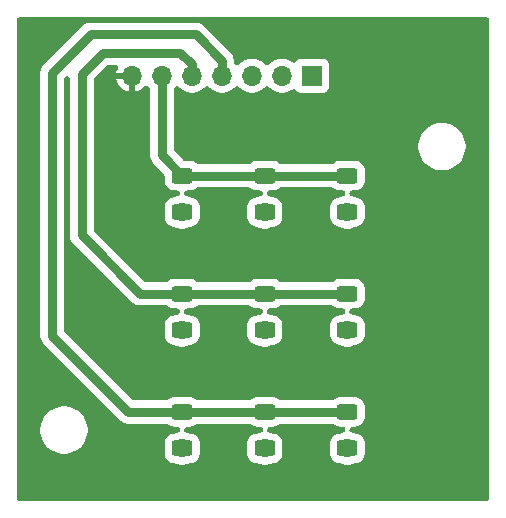
<source format=gbr>
%TF.GenerationSoftware,KiCad,Pcbnew,8.0.1*%
%TF.CreationDate,2024-04-03T15:52:09+05:30*%
%TF.ProjectId,ResistiveCrossbar,52657369-7374-4697-9665-43726f737362,rev?*%
%TF.SameCoordinates,Original*%
%TF.FileFunction,Copper,L1,Top*%
%TF.FilePolarity,Positive*%
%FSLAX46Y46*%
G04 Gerber Fmt 4.6, Leading zero omitted, Abs format (unit mm)*
G04 Created by KiCad (PCBNEW 8.0.1) date 2024-04-03 15:52:09*
%MOMM*%
%LPD*%
G01*
G04 APERTURE LIST*
G04 Aperture macros list*
%AMRoundRect*
0 Rectangle with rounded corners*
0 $1 Rounding radius*
0 $2 $3 $4 $5 $6 $7 $8 $9 X,Y pos of 4 corners*
0 Add a 4 corners polygon primitive as box body*
4,1,4,$2,$3,$4,$5,$6,$7,$8,$9,$2,$3,0*
0 Add four circle primitives for the rounded corners*
1,1,$1+$1,$2,$3*
1,1,$1+$1,$4,$5*
1,1,$1+$1,$6,$7*
1,1,$1+$1,$8,$9*
0 Add four rect primitives between the rounded corners*
20,1,$1+$1,$2,$3,$4,$5,0*
20,1,$1+$1,$4,$5,$6,$7,0*
20,1,$1+$1,$6,$7,$8,$9,0*
20,1,$1+$1,$8,$9,$2,$3,0*%
G04 Aperture macros list end*
%TA.AperFunction,SMDPad,CuDef*%
%ADD10RoundRect,0.250000X-0.625000X0.400000X-0.625000X-0.400000X0.625000X-0.400000X0.625000X0.400000X0*%
%TD*%
%TA.AperFunction,ComponentPad*%
%ADD11R,1.700000X1.700000*%
%TD*%
%TA.AperFunction,ComponentPad*%
%ADD12O,1.700000X1.700000*%
%TD*%
%TA.AperFunction,ViaPad*%
%ADD13C,1.600000*%
%TD*%
%TA.AperFunction,Conductor*%
%ADD14C,0.800000*%
%TD*%
G04 APERTURE END LIST*
D10*
%TO.P,R3,1*%
%TO.N,/Hz1*%
X144000000Y-52450000D03*
%TO.P,R3,2*%
%TO.N,/Vt3*%
X144000000Y-55550000D03*
%TD*%
%TO.P,R6,1*%
%TO.N,/Hz2*%
X144000000Y-62450000D03*
%TO.P,R6,2*%
%TO.N,/Vt3*%
X144000000Y-65550000D03*
%TD*%
%TO.P,R7,1*%
%TO.N,/Hz3*%
X130000000Y-72450000D03*
%TO.P,R7,2*%
%TO.N,/Vt1*%
X130000000Y-75550000D03*
%TD*%
%TO.P,R5,1*%
%TO.N,/Hz2*%
X137000000Y-62450000D03*
%TO.P,R5,2*%
%TO.N,/Vt2*%
X137000000Y-65550000D03*
%TD*%
%TO.P,R9,1*%
%TO.N,/Hz3*%
X144000000Y-72450000D03*
%TO.P,R9,2*%
%TO.N,/Vt3*%
X144000000Y-75550000D03*
%TD*%
%TO.P,R2,1*%
%TO.N,/Hz1*%
X137000000Y-52450000D03*
%TO.P,R2,2*%
%TO.N,/Vt2*%
X137000000Y-55550000D03*
%TD*%
%TO.P,R1,1*%
%TO.N,/Hz1*%
X130000000Y-52450000D03*
%TO.P,R1,2*%
%TO.N,/Vt1*%
X130000000Y-55550000D03*
%TD*%
%TO.P,R8,1*%
%TO.N,/Hz3*%
X137000000Y-72450000D03*
%TO.P,R8,2*%
%TO.N,/Vt2*%
X137000000Y-75550000D03*
%TD*%
%TO.P,R4,1*%
%TO.N,/Hz2*%
X130000000Y-62450000D03*
%TO.P,R4,2*%
%TO.N,/Vt1*%
X130000000Y-65550000D03*
%TD*%
D11*
%TO.P,J1,1,Pin_1*%
%TO.N,/Vt2*%
X141000000Y-44000000D03*
D12*
%TO.P,J1,2,Pin_2*%
%TO.N,/Vt1*%
X138460000Y-44000000D03*
%TO.P,J1,3,Pin_3*%
%TO.N,/Vt3*%
X135920000Y-44000000D03*
%TO.P,J1,4,Pin_4*%
%TO.N,/Hz3*%
X133380000Y-44000000D03*
%TO.P,J1,5,Pin_5*%
%TO.N,/Hz2*%
X130840000Y-44000000D03*
%TO.P,J1,6,Pin_6*%
%TO.N,/Hz1*%
X128300000Y-44000000D03*
%TO.P,J1,7,Pin_7*%
%TO.N,GND*%
X125760000Y-44000000D03*
%TD*%
D13*
%TO.N,/Vt3*%
X144000000Y-65550000D03*
X144000000Y-55550000D03*
X144000000Y-75550000D03*
%TO.N,/Vt1*%
X130000000Y-55550000D03*
X130000000Y-75550000D03*
X130000000Y-65550000D03*
%TO.N,/Vt2*%
X137000000Y-65550000D03*
X137000000Y-75550000D03*
X137000000Y-55550000D03*
%TD*%
D14*
%TO.N,/Hz3*%
X133380000Y-42739500D02*
X131140500Y-40500000D01*
X119000000Y-66000000D02*
X125450000Y-72450000D01*
X131140500Y-40500000D02*
X122250000Y-40500000D01*
X122250000Y-40500000D02*
X119000000Y-43750000D01*
X130000000Y-72450000D02*
X144000000Y-72450000D01*
X133380000Y-44000000D02*
X133380000Y-42739500D01*
X125450000Y-72450000D02*
X130000000Y-72450000D01*
X119000000Y-43750000D02*
X119000000Y-66000000D01*
%TO.N,/Hz1*%
X128300000Y-50750000D02*
X130000000Y-52450000D01*
X130000000Y-52450000D02*
X144000000Y-52450000D01*
X128300000Y-44000000D02*
X128300000Y-50750000D01*
%TO.N,/Hz2*%
X130840000Y-44000000D02*
X130840000Y-43040000D01*
X121500000Y-57500000D02*
X126450000Y-62450000D01*
X121500000Y-43875000D02*
X121500000Y-57500000D01*
X129850000Y-42050000D02*
X123325000Y-42050000D01*
X126450000Y-62450000D02*
X130000000Y-62450000D01*
X130840000Y-43040000D02*
X129850000Y-42050000D01*
X130000000Y-62450000D02*
X144000000Y-62450000D01*
X123325000Y-42050000D02*
X121500000Y-43875000D01*
%TD*%
%TA.AperFunction,Conductor*%
%TO.N,GND*%
G36*
X155845788Y-39019454D02*
G01*
X155926570Y-39073430D01*
X155980546Y-39154212D01*
X155999500Y-39249500D01*
X155999500Y-79751000D01*
X155980546Y-79846288D01*
X155926570Y-79927070D01*
X155845788Y-79981046D01*
X155750500Y-80000000D01*
X116249000Y-80000000D01*
X116153712Y-79981046D01*
X116072930Y-79927070D01*
X116018954Y-79846288D01*
X116000000Y-79751000D01*
X116000000Y-74131119D01*
X117999500Y-74131119D01*
X118033729Y-74391112D01*
X118101601Y-74644417D01*
X118201953Y-74886689D01*
X118201955Y-74886693D01*
X118333073Y-75113798D01*
X118333082Y-75113812D01*
X118492713Y-75321845D01*
X118492718Y-75321851D01*
X118678149Y-75507282D01*
X118678153Y-75507285D01*
X118678154Y-75507286D01*
X118886187Y-75666917D01*
X118886192Y-75666920D01*
X118886197Y-75666924D01*
X119113303Y-75798043D01*
X119355581Y-75898398D01*
X119608884Y-75966270D01*
X119868880Y-76000500D01*
X120131120Y-76000500D01*
X120391116Y-75966270D01*
X120644419Y-75898398D01*
X120886697Y-75798043D01*
X121113803Y-75666924D01*
X121321851Y-75507282D01*
X121507282Y-75321851D01*
X121666924Y-75113803D01*
X121798043Y-74886697D01*
X121898398Y-74644419D01*
X121966270Y-74391116D01*
X122000500Y-74131120D01*
X122000500Y-73868880D01*
X121966270Y-73608884D01*
X121898398Y-73355581D01*
X121798043Y-73113303D01*
X121666924Y-72886197D01*
X121666920Y-72886192D01*
X121666917Y-72886187D01*
X121507286Y-72678154D01*
X121507285Y-72678153D01*
X121507282Y-72678149D01*
X121321851Y-72492718D01*
X121321846Y-72492714D01*
X121321845Y-72492713D01*
X121113812Y-72333082D01*
X121113798Y-72333073D01*
X121052937Y-72297935D01*
X120886697Y-72201957D01*
X120886695Y-72201956D01*
X120886693Y-72201955D01*
X120886689Y-72201953D01*
X120644417Y-72101601D01*
X120534730Y-72072211D01*
X120391116Y-72033730D01*
X120391111Y-72033729D01*
X120391114Y-72033729D01*
X120131120Y-71999500D01*
X119868880Y-71999500D01*
X119608887Y-72033729D01*
X119355582Y-72101601D01*
X119113310Y-72201953D01*
X119113306Y-72201955D01*
X118886201Y-72333073D01*
X118886187Y-72333082D01*
X118678154Y-72492713D01*
X118492713Y-72678154D01*
X118333082Y-72886187D01*
X118333073Y-72886201D01*
X118201955Y-73113306D01*
X118201953Y-73113310D01*
X118101601Y-73355582D01*
X118033729Y-73608887D01*
X117999500Y-73868880D01*
X117999500Y-74131119D01*
X116000000Y-74131119D01*
X116000000Y-66098545D01*
X117999500Y-66098545D01*
X118037947Y-66291830D01*
X118037949Y-66291835D01*
X118113365Y-66473908D01*
X118113366Y-66473911D01*
X118113368Y-66473914D01*
X118222861Y-66637782D01*
X118362218Y-66777139D01*
X118362220Y-66777140D01*
X124672860Y-73087781D01*
X124672861Y-73087782D01*
X124672860Y-73087782D01*
X124812216Y-73227137D01*
X124812218Y-73227139D01*
X124976086Y-73336632D01*
X125082745Y-73380811D01*
X125158164Y-73412051D01*
X125351459Y-73450500D01*
X128676866Y-73450500D01*
X128772154Y-73469454D01*
X128832867Y-73505426D01*
X128914247Y-73570842D01*
X128914250Y-73570843D01*
X128914251Y-73570844D01*
X129079974Y-73653035D01*
X129079975Y-73653036D01*
X129079978Y-73653036D01*
X129079979Y-73653037D01*
X129259505Y-73697683D01*
X129259515Y-73697683D01*
X129259517Y-73697684D01*
X129294700Y-73700069D01*
X129301046Y-73700500D01*
X129301050Y-73700500D01*
X129582017Y-73700500D01*
X129677305Y-73719454D01*
X129758087Y-73773430D01*
X129812063Y-73854212D01*
X129831017Y-73949500D01*
X129812063Y-74044788D01*
X129758087Y-74125570D01*
X129677305Y-74179546D01*
X129662866Y-74185009D01*
X129655023Y-74187701D01*
X129655019Y-74187702D01*
X129571733Y-74216293D01*
X129435499Y-74263062D01*
X129426502Y-74267931D01*
X129423625Y-74269488D01*
X129330803Y-74298171D01*
X129305114Y-74299500D01*
X129301046Y-74299500D01*
X129301042Y-74299500D01*
X129301017Y-74299501D01*
X129259517Y-74302315D01*
X129259506Y-74302316D01*
X129259505Y-74302317D01*
X129223599Y-74311246D01*
X129079975Y-74346963D01*
X129079974Y-74346964D01*
X128914251Y-74429155D01*
X128914245Y-74429159D01*
X128770064Y-74545056D01*
X128770056Y-74545064D01*
X128654159Y-74689245D01*
X128654155Y-74689251D01*
X128571964Y-74854974D01*
X128571963Y-74854975D01*
X128527317Y-75034506D01*
X128527315Y-75034517D01*
X128524501Y-75076017D01*
X128524500Y-75076049D01*
X128524500Y-76023950D01*
X128524501Y-76023982D01*
X128527315Y-76065482D01*
X128527317Y-76065493D01*
X128571963Y-76245024D01*
X128571964Y-76245025D01*
X128654155Y-76410748D01*
X128654157Y-76410751D01*
X128654158Y-76410753D01*
X128770060Y-76554940D01*
X128914247Y-76670842D01*
X128914250Y-76670843D01*
X128914251Y-76670844D01*
X129079974Y-76753035D01*
X129079975Y-76753036D01*
X129079978Y-76753036D01*
X129079979Y-76753037D01*
X129259505Y-76797683D01*
X129259515Y-76797683D01*
X129259517Y-76797684D01*
X129294700Y-76800069D01*
X129301046Y-76800500D01*
X129305114Y-76800500D01*
X129400402Y-76819454D01*
X129423622Y-76830509D01*
X129435497Y-76836936D01*
X129435499Y-76836937D01*
X129476290Y-76850940D01*
X129655019Y-76912298D01*
X129883951Y-76950500D01*
X130116049Y-76950500D01*
X130344981Y-76912298D01*
X130564503Y-76836936D01*
X130576374Y-76830511D01*
X130669197Y-76801829D01*
X130694886Y-76800500D01*
X130698950Y-76800500D01*
X130698954Y-76800500D01*
X130718108Y-76799201D01*
X130740482Y-76797684D01*
X130740483Y-76797683D01*
X130740495Y-76797683D01*
X130920021Y-76753037D01*
X130920022Y-76753036D01*
X130920024Y-76753036D01*
X130920025Y-76753035D01*
X131085753Y-76670842D01*
X131229940Y-76554940D01*
X131345842Y-76410753D01*
X131428037Y-76245021D01*
X131472683Y-76065495D01*
X131475500Y-76023954D01*
X131475500Y-75076046D01*
X131472683Y-75034505D01*
X131428037Y-74854979D01*
X131428036Y-74854978D01*
X131428036Y-74854975D01*
X131428035Y-74854974D01*
X131345844Y-74689251D01*
X131345843Y-74689250D01*
X131345842Y-74689247D01*
X131229940Y-74545060D01*
X131085753Y-74429158D01*
X131085751Y-74429157D01*
X131085748Y-74429155D01*
X130920025Y-74346964D01*
X130920024Y-74346963D01*
X130812305Y-74320175D01*
X130740495Y-74302317D01*
X130740491Y-74302316D01*
X130740482Y-74302315D01*
X130698982Y-74299501D01*
X130698957Y-74299500D01*
X130698954Y-74299500D01*
X130698950Y-74299500D01*
X130694886Y-74299500D01*
X130599598Y-74280546D01*
X130576377Y-74269490D01*
X130571173Y-74266673D01*
X130564500Y-74263062D01*
X130445189Y-74222103D01*
X130344981Y-74187702D01*
X130344976Y-74187701D01*
X130337134Y-74185009D01*
X130253163Y-74136142D01*
X130194284Y-74058861D01*
X130169462Y-73964931D01*
X130182474Y-73868651D01*
X130231341Y-73784680D01*
X130308622Y-73725801D01*
X130402552Y-73700979D01*
X130417983Y-73700500D01*
X130698950Y-73700500D01*
X130698954Y-73700500D01*
X130718108Y-73699201D01*
X130740482Y-73697684D01*
X130740483Y-73697683D01*
X130740495Y-73697683D01*
X130920021Y-73653037D01*
X130920022Y-73653036D01*
X130920024Y-73653036D01*
X130920025Y-73653035D01*
X131085753Y-73570842D01*
X131167132Y-73505426D01*
X131253275Y-73460501D01*
X131323134Y-73450500D01*
X135676866Y-73450500D01*
X135772154Y-73469454D01*
X135832867Y-73505426D01*
X135914247Y-73570842D01*
X135914250Y-73570843D01*
X135914251Y-73570844D01*
X136079974Y-73653035D01*
X136079975Y-73653036D01*
X136079978Y-73653036D01*
X136079979Y-73653037D01*
X136259505Y-73697683D01*
X136259515Y-73697683D01*
X136259517Y-73697684D01*
X136294700Y-73700069D01*
X136301046Y-73700500D01*
X136301050Y-73700500D01*
X136582017Y-73700500D01*
X136677305Y-73719454D01*
X136758087Y-73773430D01*
X136812063Y-73854212D01*
X136831017Y-73949500D01*
X136812063Y-74044788D01*
X136758087Y-74125570D01*
X136677305Y-74179546D01*
X136662866Y-74185009D01*
X136655023Y-74187701D01*
X136655019Y-74187702D01*
X136571733Y-74216293D01*
X136435499Y-74263062D01*
X136426502Y-74267931D01*
X136423625Y-74269488D01*
X136330803Y-74298171D01*
X136305114Y-74299500D01*
X136301046Y-74299500D01*
X136301042Y-74299500D01*
X136301017Y-74299501D01*
X136259517Y-74302315D01*
X136259506Y-74302316D01*
X136259505Y-74302317D01*
X136223599Y-74311246D01*
X136079975Y-74346963D01*
X136079974Y-74346964D01*
X135914251Y-74429155D01*
X135914245Y-74429159D01*
X135770064Y-74545056D01*
X135770056Y-74545064D01*
X135654159Y-74689245D01*
X135654155Y-74689251D01*
X135571964Y-74854974D01*
X135571963Y-74854975D01*
X135527317Y-75034506D01*
X135527315Y-75034517D01*
X135524501Y-75076017D01*
X135524500Y-75076049D01*
X135524500Y-76023950D01*
X135524501Y-76023982D01*
X135527315Y-76065482D01*
X135527317Y-76065493D01*
X135571963Y-76245024D01*
X135571964Y-76245025D01*
X135654155Y-76410748D01*
X135654157Y-76410751D01*
X135654158Y-76410753D01*
X135770060Y-76554940D01*
X135914247Y-76670842D01*
X135914250Y-76670843D01*
X135914251Y-76670844D01*
X136079974Y-76753035D01*
X136079975Y-76753036D01*
X136079978Y-76753036D01*
X136079979Y-76753037D01*
X136259505Y-76797683D01*
X136259515Y-76797683D01*
X136259517Y-76797684D01*
X136294700Y-76800069D01*
X136301046Y-76800500D01*
X136305114Y-76800500D01*
X136400402Y-76819454D01*
X136423622Y-76830509D01*
X136435497Y-76836936D01*
X136435499Y-76836937D01*
X136476290Y-76850940D01*
X136655019Y-76912298D01*
X136883951Y-76950500D01*
X137116049Y-76950500D01*
X137344981Y-76912298D01*
X137564503Y-76836936D01*
X137576374Y-76830511D01*
X137669197Y-76801829D01*
X137694886Y-76800500D01*
X137698950Y-76800500D01*
X137698954Y-76800500D01*
X137718108Y-76799201D01*
X137740482Y-76797684D01*
X137740483Y-76797683D01*
X137740495Y-76797683D01*
X137920021Y-76753037D01*
X137920022Y-76753036D01*
X137920024Y-76753036D01*
X137920025Y-76753035D01*
X138085753Y-76670842D01*
X138229940Y-76554940D01*
X138345842Y-76410753D01*
X138428037Y-76245021D01*
X138472683Y-76065495D01*
X138475500Y-76023954D01*
X138475500Y-75076046D01*
X138472683Y-75034505D01*
X138428037Y-74854979D01*
X138428036Y-74854978D01*
X138428036Y-74854975D01*
X138428035Y-74854974D01*
X138345844Y-74689251D01*
X138345843Y-74689250D01*
X138345842Y-74689247D01*
X138229940Y-74545060D01*
X138085753Y-74429158D01*
X138085751Y-74429157D01*
X138085748Y-74429155D01*
X137920025Y-74346964D01*
X137920024Y-74346963D01*
X137812305Y-74320175D01*
X137740495Y-74302317D01*
X137740491Y-74302316D01*
X137740482Y-74302315D01*
X137698982Y-74299501D01*
X137698957Y-74299500D01*
X137698954Y-74299500D01*
X137698950Y-74299500D01*
X137694886Y-74299500D01*
X137599598Y-74280546D01*
X137576377Y-74269490D01*
X137571173Y-74266673D01*
X137564500Y-74263062D01*
X137445189Y-74222103D01*
X137344981Y-74187702D01*
X137344976Y-74187701D01*
X137337134Y-74185009D01*
X137253163Y-74136142D01*
X137194284Y-74058861D01*
X137169462Y-73964931D01*
X137182474Y-73868651D01*
X137231341Y-73784680D01*
X137308622Y-73725801D01*
X137402552Y-73700979D01*
X137417983Y-73700500D01*
X137698950Y-73700500D01*
X137698954Y-73700500D01*
X137718108Y-73699201D01*
X137740482Y-73697684D01*
X137740483Y-73697683D01*
X137740495Y-73697683D01*
X137920021Y-73653037D01*
X137920022Y-73653036D01*
X137920024Y-73653036D01*
X137920025Y-73653035D01*
X138085753Y-73570842D01*
X138167132Y-73505426D01*
X138253275Y-73460501D01*
X138323134Y-73450500D01*
X142676866Y-73450500D01*
X142772154Y-73469454D01*
X142832867Y-73505426D01*
X142914247Y-73570842D01*
X142914250Y-73570843D01*
X142914251Y-73570844D01*
X143079974Y-73653035D01*
X143079975Y-73653036D01*
X143079978Y-73653036D01*
X143079979Y-73653037D01*
X143259505Y-73697683D01*
X143259515Y-73697683D01*
X143259517Y-73697684D01*
X143294700Y-73700069D01*
X143301046Y-73700500D01*
X143301050Y-73700500D01*
X143582017Y-73700500D01*
X143677305Y-73719454D01*
X143758087Y-73773430D01*
X143812063Y-73854212D01*
X143831017Y-73949500D01*
X143812063Y-74044788D01*
X143758087Y-74125570D01*
X143677305Y-74179546D01*
X143662866Y-74185009D01*
X143655023Y-74187701D01*
X143655019Y-74187702D01*
X143571733Y-74216293D01*
X143435499Y-74263062D01*
X143426502Y-74267931D01*
X143423625Y-74269488D01*
X143330803Y-74298171D01*
X143305114Y-74299500D01*
X143301046Y-74299500D01*
X143301042Y-74299500D01*
X143301017Y-74299501D01*
X143259517Y-74302315D01*
X143259506Y-74302316D01*
X143259505Y-74302317D01*
X143223599Y-74311246D01*
X143079975Y-74346963D01*
X143079974Y-74346964D01*
X142914251Y-74429155D01*
X142914245Y-74429159D01*
X142770064Y-74545056D01*
X142770056Y-74545064D01*
X142654159Y-74689245D01*
X142654155Y-74689251D01*
X142571964Y-74854974D01*
X142571963Y-74854975D01*
X142527317Y-75034506D01*
X142527315Y-75034517D01*
X142524501Y-75076017D01*
X142524500Y-75076049D01*
X142524500Y-76023950D01*
X142524501Y-76023982D01*
X142527315Y-76065482D01*
X142527317Y-76065493D01*
X142571963Y-76245024D01*
X142571964Y-76245025D01*
X142654155Y-76410748D01*
X142654157Y-76410751D01*
X142654158Y-76410753D01*
X142770060Y-76554940D01*
X142914247Y-76670842D01*
X142914250Y-76670843D01*
X142914251Y-76670844D01*
X143079974Y-76753035D01*
X143079975Y-76753036D01*
X143079978Y-76753036D01*
X143079979Y-76753037D01*
X143259505Y-76797683D01*
X143259515Y-76797683D01*
X143259517Y-76797684D01*
X143294700Y-76800069D01*
X143301046Y-76800500D01*
X143305114Y-76800500D01*
X143400402Y-76819454D01*
X143423622Y-76830509D01*
X143435497Y-76836936D01*
X143435499Y-76836937D01*
X143476290Y-76850940D01*
X143655019Y-76912298D01*
X143883951Y-76950500D01*
X144116049Y-76950500D01*
X144344981Y-76912298D01*
X144564503Y-76836936D01*
X144576374Y-76830511D01*
X144669197Y-76801829D01*
X144694886Y-76800500D01*
X144698950Y-76800500D01*
X144698954Y-76800500D01*
X144718108Y-76799201D01*
X144740482Y-76797684D01*
X144740483Y-76797683D01*
X144740495Y-76797683D01*
X144920021Y-76753037D01*
X144920022Y-76753036D01*
X144920024Y-76753036D01*
X144920025Y-76753035D01*
X145085753Y-76670842D01*
X145229940Y-76554940D01*
X145345842Y-76410753D01*
X145428037Y-76245021D01*
X145472683Y-76065495D01*
X145475500Y-76023954D01*
X145475500Y-75076046D01*
X145472683Y-75034505D01*
X145428037Y-74854979D01*
X145428036Y-74854978D01*
X145428036Y-74854975D01*
X145428035Y-74854974D01*
X145345844Y-74689251D01*
X145345843Y-74689250D01*
X145345842Y-74689247D01*
X145229940Y-74545060D01*
X145085753Y-74429158D01*
X145085751Y-74429157D01*
X145085748Y-74429155D01*
X144920025Y-74346964D01*
X144920024Y-74346963D01*
X144812305Y-74320175D01*
X144740495Y-74302317D01*
X144740491Y-74302316D01*
X144740482Y-74302315D01*
X144698982Y-74299501D01*
X144698957Y-74299500D01*
X144698954Y-74299500D01*
X144698950Y-74299500D01*
X144694886Y-74299500D01*
X144599598Y-74280546D01*
X144576377Y-74269490D01*
X144571173Y-74266673D01*
X144564500Y-74263062D01*
X144445189Y-74222103D01*
X144344981Y-74187702D01*
X144344976Y-74187701D01*
X144337134Y-74185009D01*
X144253163Y-74136142D01*
X144194284Y-74058861D01*
X144169462Y-73964931D01*
X144182474Y-73868651D01*
X144231341Y-73784680D01*
X144308622Y-73725801D01*
X144402552Y-73700979D01*
X144417983Y-73700500D01*
X144698950Y-73700500D01*
X144698954Y-73700500D01*
X144718108Y-73699201D01*
X144740482Y-73697684D01*
X144740483Y-73697683D01*
X144740495Y-73697683D01*
X144920021Y-73653037D01*
X144920022Y-73653036D01*
X144920024Y-73653036D01*
X144920025Y-73653035D01*
X145085753Y-73570842D01*
X145229940Y-73454940D01*
X145345842Y-73310753D01*
X145428037Y-73145021D01*
X145472683Y-72965495D01*
X145475500Y-72923954D01*
X145475500Y-71976046D01*
X145472683Y-71934505D01*
X145428037Y-71754979D01*
X145428036Y-71754978D01*
X145428036Y-71754975D01*
X145428035Y-71754974D01*
X145345844Y-71589251D01*
X145345843Y-71589250D01*
X145345842Y-71589247D01*
X145229940Y-71445060D01*
X145085753Y-71329158D01*
X145085751Y-71329157D01*
X145085748Y-71329155D01*
X144920025Y-71246964D01*
X144920024Y-71246963D01*
X144812305Y-71220175D01*
X144740495Y-71202317D01*
X144740491Y-71202316D01*
X144740482Y-71202315D01*
X144698982Y-71199501D01*
X144698957Y-71199500D01*
X144698954Y-71199500D01*
X143301046Y-71199500D01*
X143301042Y-71199500D01*
X143301017Y-71199501D01*
X143259517Y-71202315D01*
X143259506Y-71202316D01*
X143259505Y-71202317D01*
X143223599Y-71211246D01*
X143079975Y-71246963D01*
X143079974Y-71246964D01*
X142914251Y-71329155D01*
X142914245Y-71329159D01*
X142832868Y-71394573D01*
X142746725Y-71439499D01*
X142676866Y-71449500D01*
X138323134Y-71449500D01*
X138227846Y-71430546D01*
X138167132Y-71394573D01*
X138085753Y-71329158D01*
X138085751Y-71329157D01*
X138085748Y-71329155D01*
X137920025Y-71246964D01*
X137920024Y-71246963D01*
X137812305Y-71220175D01*
X137740495Y-71202317D01*
X137740491Y-71202316D01*
X137740482Y-71202315D01*
X137698982Y-71199501D01*
X137698957Y-71199500D01*
X137698954Y-71199500D01*
X136301046Y-71199500D01*
X136301042Y-71199500D01*
X136301017Y-71199501D01*
X136259517Y-71202315D01*
X136259506Y-71202316D01*
X136259505Y-71202317D01*
X136223599Y-71211246D01*
X136079975Y-71246963D01*
X136079974Y-71246964D01*
X135914251Y-71329155D01*
X135914245Y-71329159D01*
X135832868Y-71394573D01*
X135746725Y-71439499D01*
X135676866Y-71449500D01*
X131323134Y-71449500D01*
X131227846Y-71430546D01*
X131167132Y-71394573D01*
X131085753Y-71329158D01*
X131085751Y-71329157D01*
X131085748Y-71329155D01*
X130920025Y-71246964D01*
X130920024Y-71246963D01*
X130812305Y-71220175D01*
X130740495Y-71202317D01*
X130740491Y-71202316D01*
X130740482Y-71202315D01*
X130698982Y-71199501D01*
X130698957Y-71199500D01*
X130698954Y-71199500D01*
X129301046Y-71199500D01*
X129301042Y-71199500D01*
X129301017Y-71199501D01*
X129259517Y-71202315D01*
X129259506Y-71202316D01*
X129259505Y-71202317D01*
X129223599Y-71211246D01*
X129079975Y-71246963D01*
X129079974Y-71246964D01*
X128914251Y-71329155D01*
X128914245Y-71329159D01*
X128832868Y-71394573D01*
X128746725Y-71439499D01*
X128676866Y-71449500D01*
X125967561Y-71449500D01*
X125872273Y-71430546D01*
X125791491Y-71376570D01*
X120073430Y-65658509D01*
X120019454Y-65577727D01*
X120000500Y-65482439D01*
X120000500Y-44267558D01*
X120019454Y-44172270D01*
X120073426Y-44091493D01*
X120074435Y-44090484D01*
X120155212Y-44036512D01*
X120250500Y-44017558D01*
X120345788Y-44036512D01*
X120426570Y-44090488D01*
X120480546Y-44171270D01*
X120499500Y-44266558D01*
X120499500Y-57598545D01*
X120537947Y-57791830D01*
X120537949Y-57791835D01*
X120613365Y-57973908D01*
X120613366Y-57973911D01*
X120613368Y-57973914D01*
X120722861Y-58137782D01*
X120862218Y-58277139D01*
X120862221Y-58277141D01*
X125672858Y-63087778D01*
X125672861Y-63087782D01*
X125812218Y-63227139D01*
X125976086Y-63336632D01*
X126104834Y-63389961D01*
X126158164Y-63412051D01*
X126254812Y-63431275D01*
X126351459Y-63450500D01*
X126351460Y-63450500D01*
X126548540Y-63450500D01*
X128676866Y-63450500D01*
X128772154Y-63469454D01*
X128832867Y-63505426D01*
X128914247Y-63570842D01*
X128914250Y-63570843D01*
X128914251Y-63570844D01*
X129079974Y-63653035D01*
X129079975Y-63653036D01*
X129079978Y-63653036D01*
X129079979Y-63653037D01*
X129259505Y-63697683D01*
X129259515Y-63697683D01*
X129259517Y-63697684D01*
X129294700Y-63700069D01*
X129301046Y-63700500D01*
X129301050Y-63700500D01*
X129582017Y-63700500D01*
X129677305Y-63719454D01*
X129758087Y-63773430D01*
X129812063Y-63854212D01*
X129831017Y-63949500D01*
X129812063Y-64044788D01*
X129758087Y-64125570D01*
X129677305Y-64179546D01*
X129662866Y-64185009D01*
X129655023Y-64187701D01*
X129655019Y-64187702D01*
X129571733Y-64216293D01*
X129435499Y-64263062D01*
X129426502Y-64267931D01*
X129423625Y-64269488D01*
X129330803Y-64298171D01*
X129305114Y-64299500D01*
X129301046Y-64299500D01*
X129301042Y-64299500D01*
X129301017Y-64299501D01*
X129259517Y-64302315D01*
X129259506Y-64302316D01*
X129259505Y-64302317D01*
X129223599Y-64311246D01*
X129079975Y-64346963D01*
X129079974Y-64346964D01*
X128914251Y-64429155D01*
X128914245Y-64429159D01*
X128770064Y-64545056D01*
X128770056Y-64545064D01*
X128654159Y-64689245D01*
X128654155Y-64689251D01*
X128571964Y-64854974D01*
X128571963Y-64854975D01*
X128527317Y-65034506D01*
X128527315Y-65034517D01*
X128524501Y-65076017D01*
X128524500Y-65076049D01*
X128524500Y-66023950D01*
X128524501Y-66023982D01*
X128527315Y-66065482D01*
X128527317Y-66065493D01*
X128571963Y-66245024D01*
X128571964Y-66245025D01*
X128654155Y-66410748D01*
X128654157Y-66410751D01*
X128654158Y-66410753D01*
X128770060Y-66554940D01*
X128914247Y-66670842D01*
X128914250Y-66670843D01*
X128914251Y-66670844D01*
X129079974Y-66753035D01*
X129079975Y-66753036D01*
X129079978Y-66753036D01*
X129079979Y-66753037D01*
X129259505Y-66797683D01*
X129259515Y-66797683D01*
X129259517Y-66797684D01*
X129294700Y-66800069D01*
X129301046Y-66800500D01*
X129305114Y-66800500D01*
X129400402Y-66819454D01*
X129423622Y-66830509D01*
X129435497Y-66836936D01*
X129435499Y-66836937D01*
X129476290Y-66850940D01*
X129655019Y-66912298D01*
X129883951Y-66950500D01*
X130116049Y-66950500D01*
X130344981Y-66912298D01*
X130564503Y-66836936D01*
X130576374Y-66830511D01*
X130669197Y-66801829D01*
X130694886Y-66800500D01*
X130698950Y-66800500D01*
X130698954Y-66800500D01*
X130718108Y-66799201D01*
X130740482Y-66797684D01*
X130740483Y-66797683D01*
X130740495Y-66797683D01*
X130920021Y-66753037D01*
X130920022Y-66753036D01*
X130920024Y-66753036D01*
X130920025Y-66753035D01*
X131085753Y-66670842D01*
X131229940Y-66554940D01*
X131345842Y-66410753D01*
X131428037Y-66245021D01*
X131472683Y-66065495D01*
X131475500Y-66023954D01*
X131475500Y-65076046D01*
X131472683Y-65034505D01*
X131428037Y-64854979D01*
X131428036Y-64854978D01*
X131428036Y-64854975D01*
X131428035Y-64854974D01*
X131345844Y-64689251D01*
X131345843Y-64689250D01*
X131345842Y-64689247D01*
X131229940Y-64545060D01*
X131085753Y-64429158D01*
X131085751Y-64429157D01*
X131085748Y-64429155D01*
X130920025Y-64346964D01*
X130920024Y-64346963D01*
X130812305Y-64320175D01*
X130740495Y-64302317D01*
X130740491Y-64302316D01*
X130740482Y-64302315D01*
X130698982Y-64299501D01*
X130698957Y-64299500D01*
X130698954Y-64299500D01*
X130698950Y-64299500D01*
X130694886Y-64299500D01*
X130599598Y-64280546D01*
X130576377Y-64269490D01*
X130571173Y-64266673D01*
X130564500Y-64263062D01*
X130445189Y-64222103D01*
X130344981Y-64187702D01*
X130344976Y-64187701D01*
X130337134Y-64185009D01*
X130253163Y-64136142D01*
X130194284Y-64058861D01*
X130169462Y-63964931D01*
X130182474Y-63868651D01*
X130231341Y-63784680D01*
X130308622Y-63725801D01*
X130402552Y-63700979D01*
X130417983Y-63700500D01*
X130698950Y-63700500D01*
X130698954Y-63700500D01*
X130718108Y-63699201D01*
X130740482Y-63697684D01*
X130740483Y-63697683D01*
X130740495Y-63697683D01*
X130920021Y-63653037D01*
X130920022Y-63653036D01*
X130920024Y-63653036D01*
X130920025Y-63653035D01*
X131085753Y-63570842D01*
X131167132Y-63505426D01*
X131253275Y-63460501D01*
X131323134Y-63450500D01*
X135676866Y-63450500D01*
X135772154Y-63469454D01*
X135832867Y-63505426D01*
X135914247Y-63570842D01*
X135914250Y-63570843D01*
X135914251Y-63570844D01*
X136079974Y-63653035D01*
X136079975Y-63653036D01*
X136079978Y-63653036D01*
X136079979Y-63653037D01*
X136259505Y-63697683D01*
X136259515Y-63697683D01*
X136259517Y-63697684D01*
X136294700Y-63700069D01*
X136301046Y-63700500D01*
X136301050Y-63700500D01*
X136582017Y-63700500D01*
X136677305Y-63719454D01*
X136758087Y-63773430D01*
X136812063Y-63854212D01*
X136831017Y-63949500D01*
X136812063Y-64044788D01*
X136758087Y-64125570D01*
X136677305Y-64179546D01*
X136662866Y-64185009D01*
X136655023Y-64187701D01*
X136655019Y-64187702D01*
X136571733Y-64216293D01*
X136435499Y-64263062D01*
X136426502Y-64267931D01*
X136423625Y-64269488D01*
X136330803Y-64298171D01*
X136305114Y-64299500D01*
X136301046Y-64299500D01*
X136301042Y-64299500D01*
X136301017Y-64299501D01*
X136259517Y-64302315D01*
X136259506Y-64302316D01*
X136259505Y-64302317D01*
X136223599Y-64311246D01*
X136079975Y-64346963D01*
X136079974Y-64346964D01*
X135914251Y-64429155D01*
X135914245Y-64429159D01*
X135770064Y-64545056D01*
X135770056Y-64545064D01*
X135654159Y-64689245D01*
X135654155Y-64689251D01*
X135571964Y-64854974D01*
X135571963Y-64854975D01*
X135527317Y-65034506D01*
X135527315Y-65034517D01*
X135524501Y-65076017D01*
X135524500Y-65076049D01*
X135524500Y-66023950D01*
X135524501Y-66023982D01*
X135527315Y-66065482D01*
X135527317Y-66065493D01*
X135571963Y-66245024D01*
X135571964Y-66245025D01*
X135654155Y-66410748D01*
X135654157Y-66410751D01*
X135654158Y-66410753D01*
X135770060Y-66554940D01*
X135914247Y-66670842D01*
X135914250Y-66670843D01*
X135914251Y-66670844D01*
X136079974Y-66753035D01*
X136079975Y-66753036D01*
X136079978Y-66753036D01*
X136079979Y-66753037D01*
X136259505Y-66797683D01*
X136259515Y-66797683D01*
X136259517Y-66797684D01*
X136294700Y-66800069D01*
X136301046Y-66800500D01*
X136305114Y-66800500D01*
X136400402Y-66819454D01*
X136423622Y-66830509D01*
X136435497Y-66836936D01*
X136435499Y-66836937D01*
X136476290Y-66850940D01*
X136655019Y-66912298D01*
X136883951Y-66950500D01*
X137116049Y-66950500D01*
X137344981Y-66912298D01*
X137564503Y-66836936D01*
X137576374Y-66830511D01*
X137669197Y-66801829D01*
X137694886Y-66800500D01*
X137698950Y-66800500D01*
X137698954Y-66800500D01*
X137718108Y-66799201D01*
X137740482Y-66797684D01*
X137740483Y-66797683D01*
X137740495Y-66797683D01*
X137920021Y-66753037D01*
X137920022Y-66753036D01*
X137920024Y-66753036D01*
X137920025Y-66753035D01*
X138085753Y-66670842D01*
X138229940Y-66554940D01*
X138345842Y-66410753D01*
X138428037Y-66245021D01*
X138472683Y-66065495D01*
X138475500Y-66023954D01*
X138475500Y-65076046D01*
X138472683Y-65034505D01*
X138428037Y-64854979D01*
X138428036Y-64854978D01*
X138428036Y-64854975D01*
X138428035Y-64854974D01*
X138345844Y-64689251D01*
X138345843Y-64689250D01*
X138345842Y-64689247D01*
X138229940Y-64545060D01*
X138085753Y-64429158D01*
X138085751Y-64429157D01*
X138085748Y-64429155D01*
X137920025Y-64346964D01*
X137920024Y-64346963D01*
X137812305Y-64320175D01*
X137740495Y-64302317D01*
X137740491Y-64302316D01*
X137740482Y-64302315D01*
X137698982Y-64299501D01*
X137698957Y-64299500D01*
X137698954Y-64299500D01*
X137698950Y-64299500D01*
X137694886Y-64299500D01*
X137599598Y-64280546D01*
X137576377Y-64269490D01*
X137571173Y-64266673D01*
X137564500Y-64263062D01*
X137445189Y-64222103D01*
X137344981Y-64187702D01*
X137344976Y-64187701D01*
X137337134Y-64185009D01*
X137253163Y-64136142D01*
X137194284Y-64058861D01*
X137169462Y-63964931D01*
X137182474Y-63868651D01*
X137231341Y-63784680D01*
X137308622Y-63725801D01*
X137402552Y-63700979D01*
X137417983Y-63700500D01*
X137698950Y-63700500D01*
X137698954Y-63700500D01*
X137718108Y-63699201D01*
X137740482Y-63697684D01*
X137740483Y-63697683D01*
X137740495Y-63697683D01*
X137920021Y-63653037D01*
X137920022Y-63653036D01*
X137920024Y-63653036D01*
X137920025Y-63653035D01*
X138085753Y-63570842D01*
X138167132Y-63505426D01*
X138253275Y-63460501D01*
X138323134Y-63450500D01*
X142676866Y-63450500D01*
X142772154Y-63469454D01*
X142832867Y-63505426D01*
X142914247Y-63570842D01*
X142914250Y-63570843D01*
X142914251Y-63570844D01*
X143079974Y-63653035D01*
X143079975Y-63653036D01*
X143079978Y-63653036D01*
X143079979Y-63653037D01*
X143259505Y-63697683D01*
X143259515Y-63697683D01*
X143259517Y-63697684D01*
X143294700Y-63700069D01*
X143301046Y-63700500D01*
X143301050Y-63700500D01*
X143582017Y-63700500D01*
X143677305Y-63719454D01*
X143758087Y-63773430D01*
X143812063Y-63854212D01*
X143831017Y-63949500D01*
X143812063Y-64044788D01*
X143758087Y-64125570D01*
X143677305Y-64179546D01*
X143662866Y-64185009D01*
X143655023Y-64187701D01*
X143655019Y-64187702D01*
X143571733Y-64216293D01*
X143435499Y-64263062D01*
X143426502Y-64267931D01*
X143423625Y-64269488D01*
X143330803Y-64298171D01*
X143305114Y-64299500D01*
X143301046Y-64299500D01*
X143301042Y-64299500D01*
X143301017Y-64299501D01*
X143259517Y-64302315D01*
X143259506Y-64302316D01*
X143259505Y-64302317D01*
X143223599Y-64311246D01*
X143079975Y-64346963D01*
X143079974Y-64346964D01*
X142914251Y-64429155D01*
X142914245Y-64429159D01*
X142770064Y-64545056D01*
X142770056Y-64545064D01*
X142654159Y-64689245D01*
X142654155Y-64689251D01*
X142571964Y-64854974D01*
X142571963Y-64854975D01*
X142527317Y-65034506D01*
X142527315Y-65034517D01*
X142524501Y-65076017D01*
X142524500Y-65076049D01*
X142524500Y-66023950D01*
X142524501Y-66023982D01*
X142527315Y-66065482D01*
X142527317Y-66065493D01*
X142571963Y-66245024D01*
X142571964Y-66245025D01*
X142654155Y-66410748D01*
X142654157Y-66410751D01*
X142654158Y-66410753D01*
X142770060Y-66554940D01*
X142914247Y-66670842D01*
X142914250Y-66670843D01*
X142914251Y-66670844D01*
X143079974Y-66753035D01*
X143079975Y-66753036D01*
X143079978Y-66753036D01*
X143079979Y-66753037D01*
X143259505Y-66797683D01*
X143259515Y-66797683D01*
X143259517Y-66797684D01*
X143294700Y-66800069D01*
X143301046Y-66800500D01*
X143305114Y-66800500D01*
X143400402Y-66819454D01*
X143423622Y-66830509D01*
X143435497Y-66836936D01*
X143435499Y-66836937D01*
X143476290Y-66850940D01*
X143655019Y-66912298D01*
X143883951Y-66950500D01*
X144116049Y-66950500D01*
X144344981Y-66912298D01*
X144564503Y-66836936D01*
X144576374Y-66830511D01*
X144669197Y-66801829D01*
X144694886Y-66800500D01*
X144698950Y-66800500D01*
X144698954Y-66800500D01*
X144718108Y-66799201D01*
X144740482Y-66797684D01*
X144740483Y-66797683D01*
X144740495Y-66797683D01*
X144920021Y-66753037D01*
X144920022Y-66753036D01*
X144920024Y-66753036D01*
X144920025Y-66753035D01*
X145085753Y-66670842D01*
X145229940Y-66554940D01*
X145345842Y-66410753D01*
X145428037Y-66245021D01*
X145472683Y-66065495D01*
X145475500Y-66023954D01*
X145475500Y-65076046D01*
X145472683Y-65034505D01*
X145428037Y-64854979D01*
X145428036Y-64854978D01*
X145428036Y-64854975D01*
X145428035Y-64854974D01*
X145345844Y-64689251D01*
X145345843Y-64689250D01*
X145345842Y-64689247D01*
X145229940Y-64545060D01*
X145085753Y-64429158D01*
X145085751Y-64429157D01*
X145085748Y-64429155D01*
X144920025Y-64346964D01*
X144920024Y-64346963D01*
X144812305Y-64320175D01*
X144740495Y-64302317D01*
X144740491Y-64302316D01*
X144740482Y-64302315D01*
X144698982Y-64299501D01*
X144698957Y-64299500D01*
X144698954Y-64299500D01*
X144698950Y-64299500D01*
X144694886Y-64299500D01*
X144599598Y-64280546D01*
X144576377Y-64269490D01*
X144571173Y-64266673D01*
X144564500Y-64263062D01*
X144445189Y-64222103D01*
X144344981Y-64187702D01*
X144344976Y-64187701D01*
X144337134Y-64185009D01*
X144253163Y-64136142D01*
X144194284Y-64058861D01*
X144169462Y-63964931D01*
X144182474Y-63868651D01*
X144231341Y-63784680D01*
X144308622Y-63725801D01*
X144402552Y-63700979D01*
X144417983Y-63700500D01*
X144698950Y-63700500D01*
X144698954Y-63700500D01*
X144718108Y-63699201D01*
X144740482Y-63697684D01*
X144740483Y-63697683D01*
X144740495Y-63697683D01*
X144920021Y-63653037D01*
X144920022Y-63653036D01*
X144920024Y-63653036D01*
X144920025Y-63653035D01*
X145085753Y-63570842D01*
X145229940Y-63454940D01*
X145345842Y-63310753D01*
X145428037Y-63145021D01*
X145472683Y-62965495D01*
X145475500Y-62923954D01*
X145475500Y-61976046D01*
X145472683Y-61934505D01*
X145428037Y-61754979D01*
X145428036Y-61754978D01*
X145428036Y-61754975D01*
X145428035Y-61754974D01*
X145345844Y-61589251D01*
X145345843Y-61589250D01*
X145345842Y-61589247D01*
X145229940Y-61445060D01*
X145085753Y-61329158D01*
X145085751Y-61329157D01*
X145085748Y-61329155D01*
X144920025Y-61246964D01*
X144920024Y-61246963D01*
X144812305Y-61220175D01*
X144740495Y-61202317D01*
X144740491Y-61202316D01*
X144740482Y-61202315D01*
X144698982Y-61199501D01*
X144698957Y-61199500D01*
X144698954Y-61199500D01*
X143301046Y-61199500D01*
X143301042Y-61199500D01*
X143301017Y-61199501D01*
X143259517Y-61202315D01*
X143259506Y-61202316D01*
X143259505Y-61202317D01*
X143223599Y-61211246D01*
X143079975Y-61246963D01*
X143079974Y-61246964D01*
X142914251Y-61329155D01*
X142914245Y-61329159D01*
X142832868Y-61394573D01*
X142746725Y-61439499D01*
X142676866Y-61449500D01*
X138323134Y-61449500D01*
X138227846Y-61430546D01*
X138167132Y-61394573D01*
X138085753Y-61329158D01*
X138085751Y-61329157D01*
X138085748Y-61329155D01*
X137920025Y-61246964D01*
X137920024Y-61246963D01*
X137812305Y-61220175D01*
X137740495Y-61202317D01*
X137740491Y-61202316D01*
X137740482Y-61202315D01*
X137698982Y-61199501D01*
X137698957Y-61199500D01*
X137698954Y-61199500D01*
X136301046Y-61199500D01*
X136301042Y-61199500D01*
X136301017Y-61199501D01*
X136259517Y-61202315D01*
X136259506Y-61202316D01*
X136259505Y-61202317D01*
X136223599Y-61211246D01*
X136079975Y-61246963D01*
X136079974Y-61246964D01*
X135914251Y-61329155D01*
X135914245Y-61329159D01*
X135832868Y-61394573D01*
X135746725Y-61439499D01*
X135676866Y-61449500D01*
X131323134Y-61449500D01*
X131227846Y-61430546D01*
X131167132Y-61394573D01*
X131085753Y-61329158D01*
X131085751Y-61329157D01*
X131085748Y-61329155D01*
X130920025Y-61246964D01*
X130920024Y-61246963D01*
X130812305Y-61220175D01*
X130740495Y-61202317D01*
X130740491Y-61202316D01*
X130740482Y-61202315D01*
X130698982Y-61199501D01*
X130698957Y-61199500D01*
X130698954Y-61199500D01*
X129301046Y-61199500D01*
X129301042Y-61199500D01*
X129301017Y-61199501D01*
X129259517Y-61202315D01*
X129259506Y-61202316D01*
X129259505Y-61202317D01*
X129223599Y-61211246D01*
X129079975Y-61246963D01*
X129079974Y-61246964D01*
X128914251Y-61329155D01*
X128914245Y-61329159D01*
X128832868Y-61394573D01*
X128746725Y-61439499D01*
X128676866Y-61449500D01*
X126967560Y-61449500D01*
X126872272Y-61430546D01*
X126791490Y-61376570D01*
X122573430Y-57158510D01*
X122519454Y-57077728D01*
X122500500Y-56982440D01*
X122500500Y-44392560D01*
X122519454Y-44297272D01*
X122573430Y-44216490D01*
X123666491Y-43123430D01*
X123747273Y-43069454D01*
X123842561Y-43050500D01*
X124322347Y-43050500D01*
X124417635Y-43069454D01*
X124498417Y-43123430D01*
X124552393Y-43204212D01*
X124571347Y-43299500D01*
X124552393Y-43394788D01*
X124548018Y-43404732D01*
X124486566Y-43536514D01*
X124486566Y-43536516D01*
X124429363Y-43749998D01*
X124429364Y-43750000D01*
X125326988Y-43750000D01*
X125294075Y-43807007D01*
X125260000Y-43934174D01*
X125260000Y-44065826D01*
X125294075Y-44192993D01*
X125326988Y-44250000D01*
X124429364Y-44250000D01*
X124429363Y-44250001D01*
X124486566Y-44463483D01*
X124486566Y-44463485D01*
X124586399Y-44677576D01*
X124721889Y-44871076D01*
X124888923Y-45038110D01*
X125082423Y-45173600D01*
X125296511Y-45273431D01*
X125510000Y-45330635D01*
X125510000Y-44433012D01*
X125567007Y-44465925D01*
X125694174Y-44500000D01*
X125825826Y-44500000D01*
X125952993Y-44465925D01*
X126010000Y-44433012D01*
X126010000Y-45330635D01*
X126223488Y-45273431D01*
X126437576Y-45173600D01*
X126631079Y-45038107D01*
X126787601Y-44881586D01*
X126868382Y-44827609D01*
X126963670Y-44808655D01*
X127058958Y-44827609D01*
X127139740Y-44881585D01*
X127146866Y-44889011D01*
X127151426Y-44893964D01*
X127151429Y-44893969D01*
X127233698Y-44983337D01*
X127284287Y-45066275D01*
X127299500Y-45151976D01*
X127299500Y-50848545D01*
X127337947Y-51041830D01*
X127337949Y-51041835D01*
X127413365Y-51223908D01*
X127413366Y-51223911D01*
X127413368Y-51223914D01*
X127522861Y-51387782D01*
X127662218Y-51527139D01*
X127662221Y-51527141D01*
X128451570Y-52316490D01*
X128505546Y-52397272D01*
X128524500Y-52492560D01*
X128524500Y-52923950D01*
X128524501Y-52923982D01*
X128527315Y-52965482D01*
X128527317Y-52965493D01*
X128571963Y-53145024D01*
X128571964Y-53145025D01*
X128654155Y-53310748D01*
X128654157Y-53310751D01*
X128654158Y-53310753D01*
X128770060Y-53454940D01*
X128914247Y-53570842D01*
X128914250Y-53570843D01*
X128914251Y-53570844D01*
X129079974Y-53653035D01*
X129079975Y-53653036D01*
X129079978Y-53653036D01*
X129079979Y-53653037D01*
X129259505Y-53697683D01*
X129259515Y-53697683D01*
X129259517Y-53697684D01*
X129294700Y-53700069D01*
X129301046Y-53700500D01*
X129301050Y-53700500D01*
X129582017Y-53700500D01*
X129677305Y-53719454D01*
X129758087Y-53773430D01*
X129812063Y-53854212D01*
X129831017Y-53949500D01*
X129812063Y-54044788D01*
X129758087Y-54125570D01*
X129677305Y-54179546D01*
X129662866Y-54185009D01*
X129655023Y-54187701D01*
X129655019Y-54187702D01*
X129571733Y-54216293D01*
X129435499Y-54263062D01*
X129426502Y-54267931D01*
X129423625Y-54269488D01*
X129330803Y-54298171D01*
X129305114Y-54299500D01*
X129301046Y-54299500D01*
X129301042Y-54299500D01*
X129301017Y-54299501D01*
X129259517Y-54302315D01*
X129259506Y-54302316D01*
X129259505Y-54302317D01*
X129223599Y-54311246D01*
X129079975Y-54346963D01*
X129079974Y-54346964D01*
X128914251Y-54429155D01*
X128914245Y-54429159D01*
X128770064Y-54545056D01*
X128770056Y-54545064D01*
X128654159Y-54689245D01*
X128654155Y-54689251D01*
X128571964Y-54854974D01*
X128571963Y-54854975D01*
X128527317Y-55034506D01*
X128527315Y-55034517D01*
X128524501Y-55076017D01*
X128524500Y-55076049D01*
X128524500Y-56023950D01*
X128524501Y-56023982D01*
X128527315Y-56065482D01*
X128527317Y-56065493D01*
X128571963Y-56245024D01*
X128571964Y-56245025D01*
X128654155Y-56410748D01*
X128654157Y-56410751D01*
X128654158Y-56410753D01*
X128770060Y-56554940D01*
X128914247Y-56670842D01*
X128914250Y-56670843D01*
X128914251Y-56670844D01*
X129079974Y-56753035D01*
X129079975Y-56753036D01*
X129079978Y-56753036D01*
X129079979Y-56753037D01*
X129259505Y-56797683D01*
X129259515Y-56797683D01*
X129259517Y-56797684D01*
X129294700Y-56800069D01*
X129301046Y-56800500D01*
X129305114Y-56800500D01*
X129400402Y-56819454D01*
X129423622Y-56830509D01*
X129435497Y-56836936D01*
X129435499Y-56836937D01*
X129476290Y-56850940D01*
X129655019Y-56912298D01*
X129883951Y-56950500D01*
X130116049Y-56950500D01*
X130344981Y-56912298D01*
X130564503Y-56836936D01*
X130576374Y-56830511D01*
X130669197Y-56801829D01*
X130694886Y-56800500D01*
X130698950Y-56800500D01*
X130698954Y-56800500D01*
X130718108Y-56799201D01*
X130740482Y-56797684D01*
X130740483Y-56797683D01*
X130740495Y-56797683D01*
X130920021Y-56753037D01*
X130920022Y-56753036D01*
X130920024Y-56753036D01*
X130920025Y-56753035D01*
X131085753Y-56670842D01*
X131229940Y-56554940D01*
X131345842Y-56410753D01*
X131428037Y-56245021D01*
X131472683Y-56065495D01*
X131475500Y-56023954D01*
X131475500Y-55076046D01*
X131472683Y-55034505D01*
X131428037Y-54854979D01*
X131428036Y-54854978D01*
X131428036Y-54854975D01*
X131428035Y-54854974D01*
X131345844Y-54689251D01*
X131345843Y-54689250D01*
X131345842Y-54689247D01*
X131229940Y-54545060D01*
X131085753Y-54429158D01*
X131085751Y-54429157D01*
X131085748Y-54429155D01*
X130920025Y-54346964D01*
X130920024Y-54346963D01*
X130812305Y-54320175D01*
X130740495Y-54302317D01*
X130740491Y-54302316D01*
X130740482Y-54302315D01*
X130698982Y-54299501D01*
X130698957Y-54299500D01*
X130698954Y-54299500D01*
X130698950Y-54299500D01*
X130694886Y-54299500D01*
X130599598Y-54280546D01*
X130576377Y-54269490D01*
X130571173Y-54266673D01*
X130564500Y-54263062D01*
X130445189Y-54222103D01*
X130344981Y-54187702D01*
X130344976Y-54187701D01*
X130337134Y-54185009D01*
X130253163Y-54136142D01*
X130194284Y-54058861D01*
X130169462Y-53964931D01*
X130182474Y-53868651D01*
X130231341Y-53784680D01*
X130308622Y-53725801D01*
X130402552Y-53700979D01*
X130417983Y-53700500D01*
X130698950Y-53700500D01*
X130698954Y-53700500D01*
X130718108Y-53699201D01*
X130740482Y-53697684D01*
X130740483Y-53697683D01*
X130740495Y-53697683D01*
X130920021Y-53653037D01*
X130920022Y-53653036D01*
X130920024Y-53653036D01*
X130920025Y-53653035D01*
X131085753Y-53570842D01*
X131167132Y-53505426D01*
X131253275Y-53460501D01*
X131323134Y-53450500D01*
X135676866Y-53450500D01*
X135772154Y-53469454D01*
X135832867Y-53505426D01*
X135914247Y-53570842D01*
X135914250Y-53570843D01*
X135914251Y-53570844D01*
X136079974Y-53653035D01*
X136079975Y-53653036D01*
X136079978Y-53653036D01*
X136079979Y-53653037D01*
X136259505Y-53697683D01*
X136259515Y-53697683D01*
X136259517Y-53697684D01*
X136294700Y-53700069D01*
X136301046Y-53700500D01*
X136301050Y-53700500D01*
X136582017Y-53700500D01*
X136677305Y-53719454D01*
X136758087Y-53773430D01*
X136812063Y-53854212D01*
X136831017Y-53949500D01*
X136812063Y-54044788D01*
X136758087Y-54125570D01*
X136677305Y-54179546D01*
X136662866Y-54185009D01*
X136655023Y-54187701D01*
X136655019Y-54187702D01*
X136571733Y-54216293D01*
X136435499Y-54263062D01*
X136426502Y-54267931D01*
X136423625Y-54269488D01*
X136330803Y-54298171D01*
X136305114Y-54299500D01*
X136301046Y-54299500D01*
X136301042Y-54299500D01*
X136301017Y-54299501D01*
X136259517Y-54302315D01*
X136259506Y-54302316D01*
X136259505Y-54302317D01*
X136223599Y-54311246D01*
X136079975Y-54346963D01*
X136079974Y-54346964D01*
X135914251Y-54429155D01*
X135914245Y-54429159D01*
X135770064Y-54545056D01*
X135770056Y-54545064D01*
X135654159Y-54689245D01*
X135654155Y-54689251D01*
X135571964Y-54854974D01*
X135571963Y-54854975D01*
X135527317Y-55034506D01*
X135527315Y-55034517D01*
X135524501Y-55076017D01*
X135524500Y-55076049D01*
X135524500Y-56023950D01*
X135524501Y-56023982D01*
X135527315Y-56065482D01*
X135527317Y-56065493D01*
X135571963Y-56245024D01*
X135571964Y-56245025D01*
X135654155Y-56410748D01*
X135654157Y-56410751D01*
X135654158Y-56410753D01*
X135770060Y-56554940D01*
X135914247Y-56670842D01*
X135914250Y-56670843D01*
X135914251Y-56670844D01*
X136079974Y-56753035D01*
X136079975Y-56753036D01*
X136079978Y-56753036D01*
X136079979Y-56753037D01*
X136259505Y-56797683D01*
X136259515Y-56797683D01*
X136259517Y-56797684D01*
X136294700Y-56800069D01*
X136301046Y-56800500D01*
X136305114Y-56800500D01*
X136400402Y-56819454D01*
X136423622Y-56830509D01*
X136435497Y-56836936D01*
X136435499Y-56836937D01*
X136476290Y-56850940D01*
X136655019Y-56912298D01*
X136883951Y-56950500D01*
X137116049Y-56950500D01*
X137344981Y-56912298D01*
X137564503Y-56836936D01*
X137576374Y-56830511D01*
X137669197Y-56801829D01*
X137694886Y-56800500D01*
X137698950Y-56800500D01*
X137698954Y-56800500D01*
X137718108Y-56799201D01*
X137740482Y-56797684D01*
X137740483Y-56797683D01*
X137740495Y-56797683D01*
X137920021Y-56753037D01*
X137920022Y-56753036D01*
X137920024Y-56753036D01*
X137920025Y-56753035D01*
X138085753Y-56670842D01*
X138229940Y-56554940D01*
X138345842Y-56410753D01*
X138428037Y-56245021D01*
X138472683Y-56065495D01*
X138475500Y-56023954D01*
X138475500Y-55076046D01*
X138472683Y-55034505D01*
X138428037Y-54854979D01*
X138428036Y-54854978D01*
X138428036Y-54854975D01*
X138428035Y-54854974D01*
X138345844Y-54689251D01*
X138345843Y-54689250D01*
X138345842Y-54689247D01*
X138229940Y-54545060D01*
X138085753Y-54429158D01*
X138085751Y-54429157D01*
X138085748Y-54429155D01*
X137920025Y-54346964D01*
X137920024Y-54346963D01*
X137812305Y-54320175D01*
X137740495Y-54302317D01*
X137740491Y-54302316D01*
X137740482Y-54302315D01*
X137698982Y-54299501D01*
X137698957Y-54299500D01*
X137698954Y-54299500D01*
X137698950Y-54299500D01*
X137694886Y-54299500D01*
X137599598Y-54280546D01*
X137576377Y-54269490D01*
X137571173Y-54266673D01*
X137564500Y-54263062D01*
X137445189Y-54222103D01*
X137344981Y-54187702D01*
X137344976Y-54187701D01*
X137337134Y-54185009D01*
X137253163Y-54136142D01*
X137194284Y-54058861D01*
X137169462Y-53964931D01*
X137182474Y-53868651D01*
X137231341Y-53784680D01*
X137308622Y-53725801D01*
X137402552Y-53700979D01*
X137417983Y-53700500D01*
X137698950Y-53700500D01*
X137698954Y-53700500D01*
X137718108Y-53699201D01*
X137740482Y-53697684D01*
X137740483Y-53697683D01*
X137740495Y-53697683D01*
X137920021Y-53653037D01*
X137920022Y-53653036D01*
X137920024Y-53653036D01*
X137920025Y-53653035D01*
X138085753Y-53570842D01*
X138167132Y-53505426D01*
X138253275Y-53460501D01*
X138323134Y-53450500D01*
X142676866Y-53450500D01*
X142772154Y-53469454D01*
X142832867Y-53505426D01*
X142914247Y-53570842D01*
X142914250Y-53570843D01*
X142914251Y-53570844D01*
X143079974Y-53653035D01*
X143079975Y-53653036D01*
X143079978Y-53653036D01*
X143079979Y-53653037D01*
X143259505Y-53697683D01*
X143259515Y-53697683D01*
X143259517Y-53697684D01*
X143294700Y-53700069D01*
X143301046Y-53700500D01*
X143301050Y-53700500D01*
X143582017Y-53700500D01*
X143677305Y-53719454D01*
X143758087Y-53773430D01*
X143812063Y-53854212D01*
X143831017Y-53949500D01*
X143812063Y-54044788D01*
X143758087Y-54125570D01*
X143677305Y-54179546D01*
X143662866Y-54185009D01*
X143655023Y-54187701D01*
X143655019Y-54187702D01*
X143571733Y-54216293D01*
X143435499Y-54263062D01*
X143426502Y-54267931D01*
X143423625Y-54269488D01*
X143330803Y-54298171D01*
X143305114Y-54299500D01*
X143301046Y-54299500D01*
X143301042Y-54299500D01*
X143301017Y-54299501D01*
X143259517Y-54302315D01*
X143259506Y-54302316D01*
X143259505Y-54302317D01*
X143223599Y-54311246D01*
X143079975Y-54346963D01*
X143079974Y-54346964D01*
X142914251Y-54429155D01*
X142914245Y-54429159D01*
X142770064Y-54545056D01*
X142770056Y-54545064D01*
X142654159Y-54689245D01*
X142654155Y-54689251D01*
X142571964Y-54854974D01*
X142571963Y-54854975D01*
X142527317Y-55034506D01*
X142527315Y-55034517D01*
X142524501Y-55076017D01*
X142524500Y-55076049D01*
X142524500Y-56023950D01*
X142524501Y-56023982D01*
X142527315Y-56065482D01*
X142527317Y-56065493D01*
X142571963Y-56245024D01*
X142571964Y-56245025D01*
X142654155Y-56410748D01*
X142654157Y-56410751D01*
X142654158Y-56410753D01*
X142770060Y-56554940D01*
X142914247Y-56670842D01*
X142914250Y-56670843D01*
X142914251Y-56670844D01*
X143079974Y-56753035D01*
X143079975Y-56753036D01*
X143079978Y-56753036D01*
X143079979Y-56753037D01*
X143259505Y-56797683D01*
X143259515Y-56797683D01*
X143259517Y-56797684D01*
X143294700Y-56800069D01*
X143301046Y-56800500D01*
X143305114Y-56800500D01*
X143400402Y-56819454D01*
X143423622Y-56830509D01*
X143435497Y-56836936D01*
X143435499Y-56836937D01*
X143476290Y-56850940D01*
X143655019Y-56912298D01*
X143883951Y-56950500D01*
X144116049Y-56950500D01*
X144344981Y-56912298D01*
X144564503Y-56836936D01*
X144576374Y-56830511D01*
X144669197Y-56801829D01*
X144694886Y-56800500D01*
X144698950Y-56800500D01*
X144698954Y-56800500D01*
X144718108Y-56799201D01*
X144740482Y-56797684D01*
X144740483Y-56797683D01*
X144740495Y-56797683D01*
X144920021Y-56753037D01*
X144920022Y-56753036D01*
X144920024Y-56753036D01*
X144920025Y-56753035D01*
X145085753Y-56670842D01*
X145229940Y-56554940D01*
X145345842Y-56410753D01*
X145428037Y-56245021D01*
X145472683Y-56065495D01*
X145475500Y-56023954D01*
X145475500Y-55076046D01*
X145472683Y-55034505D01*
X145428037Y-54854979D01*
X145428036Y-54854978D01*
X145428036Y-54854975D01*
X145428035Y-54854974D01*
X145345844Y-54689251D01*
X145345843Y-54689250D01*
X145345842Y-54689247D01*
X145229940Y-54545060D01*
X145085753Y-54429158D01*
X145085751Y-54429157D01*
X145085748Y-54429155D01*
X144920025Y-54346964D01*
X144920024Y-54346963D01*
X144812305Y-54320175D01*
X144740495Y-54302317D01*
X144740491Y-54302316D01*
X144740482Y-54302315D01*
X144698982Y-54299501D01*
X144698957Y-54299500D01*
X144698954Y-54299500D01*
X144698950Y-54299500D01*
X144694886Y-54299500D01*
X144599598Y-54280546D01*
X144576377Y-54269490D01*
X144571173Y-54266673D01*
X144564500Y-54263062D01*
X144445189Y-54222103D01*
X144344981Y-54187702D01*
X144344976Y-54187701D01*
X144337134Y-54185009D01*
X144253163Y-54136142D01*
X144194284Y-54058861D01*
X144169462Y-53964931D01*
X144182474Y-53868651D01*
X144231341Y-53784680D01*
X144308622Y-53725801D01*
X144402552Y-53700979D01*
X144417983Y-53700500D01*
X144698950Y-53700500D01*
X144698954Y-53700500D01*
X144718108Y-53699201D01*
X144740482Y-53697684D01*
X144740483Y-53697683D01*
X144740495Y-53697683D01*
X144920021Y-53653037D01*
X144920022Y-53653036D01*
X144920024Y-53653036D01*
X144920025Y-53653035D01*
X145085753Y-53570842D01*
X145229940Y-53454940D01*
X145345842Y-53310753D01*
X145428037Y-53145021D01*
X145472683Y-52965495D01*
X145475500Y-52923954D01*
X145475500Y-51976046D01*
X145472683Y-51934505D01*
X145428037Y-51754979D01*
X145428036Y-51754978D01*
X145428036Y-51754975D01*
X145428035Y-51754974D01*
X145345844Y-51589251D01*
X145345843Y-51589250D01*
X145345842Y-51589247D01*
X145229940Y-51445060D01*
X145085753Y-51329158D01*
X145085751Y-51329157D01*
X145085748Y-51329155D01*
X144920025Y-51246964D01*
X144920024Y-51246963D01*
X144812305Y-51220175D01*
X144740495Y-51202317D01*
X144740491Y-51202316D01*
X144740482Y-51202315D01*
X144698982Y-51199501D01*
X144698957Y-51199500D01*
X144698954Y-51199500D01*
X143301046Y-51199500D01*
X143301042Y-51199500D01*
X143301017Y-51199501D01*
X143259517Y-51202315D01*
X143259506Y-51202316D01*
X143259505Y-51202317D01*
X143223599Y-51211246D01*
X143079975Y-51246963D01*
X143079974Y-51246964D01*
X142914251Y-51329155D01*
X142914245Y-51329159D01*
X142832868Y-51394573D01*
X142746725Y-51439499D01*
X142676866Y-51449500D01*
X138323134Y-51449500D01*
X138227846Y-51430546D01*
X138167132Y-51394573D01*
X138085754Y-51329159D01*
X138085755Y-51329159D01*
X138085753Y-51329158D01*
X138085751Y-51329157D01*
X138085748Y-51329155D01*
X137920025Y-51246964D01*
X137920024Y-51246963D01*
X137812305Y-51220175D01*
X137740495Y-51202317D01*
X137740491Y-51202316D01*
X137740482Y-51202315D01*
X137698982Y-51199501D01*
X137698957Y-51199500D01*
X137698954Y-51199500D01*
X136301046Y-51199500D01*
X136301042Y-51199500D01*
X136301017Y-51199501D01*
X136259517Y-51202315D01*
X136259506Y-51202316D01*
X136259505Y-51202317D01*
X136223599Y-51211246D01*
X136079975Y-51246963D01*
X136079974Y-51246964D01*
X135914251Y-51329155D01*
X135914245Y-51329159D01*
X135832868Y-51394573D01*
X135746725Y-51439499D01*
X135676866Y-51449500D01*
X131323134Y-51449500D01*
X131227846Y-51430546D01*
X131167132Y-51394573D01*
X131085754Y-51329159D01*
X131085755Y-51329159D01*
X131085753Y-51329158D01*
X131085751Y-51329157D01*
X131085748Y-51329155D01*
X130920025Y-51246964D01*
X130920024Y-51246963D01*
X130812305Y-51220175D01*
X130740495Y-51202317D01*
X130740491Y-51202316D01*
X130740482Y-51202315D01*
X130698982Y-51199501D01*
X130698957Y-51199500D01*
X130698954Y-51199500D01*
X130698950Y-51199500D01*
X130267560Y-51199500D01*
X130172272Y-51180546D01*
X130091490Y-51126570D01*
X129373430Y-50408510D01*
X129319454Y-50327728D01*
X129300500Y-50232440D01*
X129300500Y-50131119D01*
X149999500Y-50131119D01*
X150033729Y-50391112D01*
X150101601Y-50644417D01*
X150201953Y-50886689D01*
X150201955Y-50886693D01*
X150201957Y-50886697D01*
X150297935Y-51052937D01*
X150333073Y-51113798D01*
X150333082Y-51113812D01*
X150492713Y-51321845D01*
X150492718Y-51321851D01*
X150678149Y-51507282D01*
X150678153Y-51507285D01*
X150678154Y-51507286D01*
X150886187Y-51666917D01*
X150886192Y-51666920D01*
X150886197Y-51666924D01*
X151113303Y-51798043D01*
X151355581Y-51898398D01*
X151608884Y-51966270D01*
X151868880Y-52000500D01*
X152131120Y-52000500D01*
X152391116Y-51966270D01*
X152644419Y-51898398D01*
X152886697Y-51798043D01*
X153113803Y-51666924D01*
X153321851Y-51507282D01*
X153507282Y-51321851D01*
X153666924Y-51113803D01*
X153798043Y-50886697D01*
X153898398Y-50644419D01*
X153966270Y-50391116D01*
X154000500Y-50131120D01*
X154000500Y-49868880D01*
X153966270Y-49608884D01*
X153898398Y-49355581D01*
X153798043Y-49113303D01*
X153666924Y-48886197D01*
X153666920Y-48886192D01*
X153666917Y-48886187D01*
X153507286Y-48678154D01*
X153507285Y-48678153D01*
X153507282Y-48678149D01*
X153321851Y-48492718D01*
X153321846Y-48492714D01*
X153321845Y-48492713D01*
X153113812Y-48333082D01*
X153113798Y-48333073D01*
X153052937Y-48297935D01*
X152886697Y-48201957D01*
X152886695Y-48201956D01*
X152886693Y-48201955D01*
X152886689Y-48201953D01*
X152644417Y-48101601D01*
X152534730Y-48072211D01*
X152391116Y-48033730D01*
X152391111Y-48033729D01*
X152391114Y-48033729D01*
X152131120Y-47999500D01*
X151868880Y-47999500D01*
X151608887Y-48033729D01*
X151355582Y-48101601D01*
X151113310Y-48201953D01*
X151113306Y-48201955D01*
X150886201Y-48333073D01*
X150886187Y-48333082D01*
X150678154Y-48492713D01*
X150492713Y-48678154D01*
X150333082Y-48886187D01*
X150333073Y-48886201D01*
X150201955Y-49113306D01*
X150201953Y-49113310D01*
X150101601Y-49355582D01*
X150033729Y-49608887D01*
X149999500Y-49868880D01*
X149999500Y-50131119D01*
X129300500Y-50131119D01*
X129300500Y-45151976D01*
X129319454Y-45056688D01*
X129366297Y-44983341D01*
X129386805Y-44961064D01*
X129465280Y-44903798D01*
X129559703Y-44880920D01*
X129655693Y-44895918D01*
X129738637Y-44946507D01*
X129753194Y-44961064D01*
X129854228Y-45070817D01*
X129854230Y-45070819D01*
X129854236Y-45070825D01*
X130043933Y-45218472D01*
X130255344Y-45332882D01*
X130482703Y-45410934D01*
X130719808Y-45450500D01*
X130960192Y-45450500D01*
X131197297Y-45410934D01*
X131424656Y-45332882D01*
X131636067Y-45218472D01*
X131825764Y-45070825D01*
X131926806Y-44961062D01*
X132005285Y-44903796D01*
X132099709Y-44880920D01*
X132195699Y-44895919D01*
X132278642Y-44946511D01*
X132293184Y-44961053D01*
X132313699Y-44983338D01*
X132394229Y-45070818D01*
X132394231Y-45070819D01*
X132394236Y-45070825D01*
X132583933Y-45218472D01*
X132795344Y-45332882D01*
X133022703Y-45410934D01*
X133259808Y-45450500D01*
X133500192Y-45450500D01*
X133737297Y-45410934D01*
X133964656Y-45332882D01*
X134176067Y-45218472D01*
X134365764Y-45070825D01*
X134466806Y-44961062D01*
X134545285Y-44903796D01*
X134639709Y-44880920D01*
X134735699Y-44895919D01*
X134818642Y-44946511D01*
X134833184Y-44961053D01*
X134853699Y-44983338D01*
X134934229Y-45070818D01*
X134934231Y-45070819D01*
X134934236Y-45070825D01*
X135123933Y-45218472D01*
X135335344Y-45332882D01*
X135562703Y-45410934D01*
X135799808Y-45450500D01*
X136040192Y-45450500D01*
X136277297Y-45410934D01*
X136504656Y-45332882D01*
X136716067Y-45218472D01*
X136905764Y-45070825D01*
X137006806Y-44961062D01*
X137085285Y-44903796D01*
X137179709Y-44880920D01*
X137275699Y-44895919D01*
X137358642Y-44946511D01*
X137373184Y-44961053D01*
X137393699Y-44983338D01*
X137474229Y-45070818D01*
X137474231Y-45070819D01*
X137474236Y-45070825D01*
X137663933Y-45218472D01*
X137875344Y-45332882D01*
X138102703Y-45410934D01*
X138339808Y-45450500D01*
X138580192Y-45450500D01*
X138817297Y-45410934D01*
X139044656Y-45332882D01*
X139256067Y-45218472D01*
X139321014Y-45167921D01*
X139407850Y-45124351D01*
X139504750Y-45117328D01*
X139596963Y-45147922D01*
X139670448Y-45211475D01*
X139671361Y-45212655D01*
X139721718Y-45278282D01*
X139847159Y-45374536D01*
X139993238Y-45435044D01*
X140110639Y-45450500D01*
X141889360Y-45450499D01*
X142006762Y-45435044D01*
X142152841Y-45374536D01*
X142278282Y-45278282D01*
X142374536Y-45152841D01*
X142435044Y-45006762D01*
X142450500Y-44889361D01*
X142450499Y-43110640D01*
X142435044Y-42993238D01*
X142374536Y-42847159D01*
X142324178Y-42781531D01*
X142278286Y-42721723D01*
X142278285Y-42721722D01*
X142278282Y-42721718D01*
X142278277Y-42721714D01*
X142278276Y-42721713D01*
X142152844Y-42625466D01*
X142152843Y-42625465D01*
X142152841Y-42625464D01*
X142006762Y-42564956D01*
X142006760Y-42564955D01*
X141889362Y-42549500D01*
X140110639Y-42549500D01*
X140110637Y-42549501D01*
X139993238Y-42564955D01*
X139884475Y-42610006D01*
X139847159Y-42625464D01*
X139847158Y-42625464D01*
X139847155Y-42625466D01*
X139721723Y-42721713D01*
X139721716Y-42721720D01*
X139671499Y-42787165D01*
X139598454Y-42851223D01*
X139506455Y-42882453D01*
X139409508Y-42876098D01*
X139322372Y-42833128D01*
X139321014Y-42832078D01*
X139256072Y-42781531D01*
X139256068Y-42781528D01*
X139256067Y-42781528D01*
X139145539Y-42721713D01*
X139044655Y-42667117D01*
X138817297Y-42589066D01*
X138817294Y-42589065D01*
X138580192Y-42549500D01*
X138339808Y-42549500D01*
X138102705Y-42589065D01*
X138102702Y-42589066D01*
X137875344Y-42667117D01*
X137663931Y-42781529D01*
X137574389Y-42851223D01*
X137474236Y-42929175D01*
X137373193Y-43038937D01*
X137294714Y-43096204D01*
X137200290Y-43119079D01*
X137104300Y-43104079D01*
X137021357Y-43053488D01*
X137006815Y-43038946D01*
X136905764Y-42929175D01*
X136716067Y-42781528D01*
X136605539Y-42721713D01*
X136504655Y-42667117D01*
X136277297Y-42589066D01*
X136277294Y-42589065D01*
X136040192Y-42549500D01*
X135799808Y-42549500D01*
X135562705Y-42589065D01*
X135562702Y-42589066D01*
X135335344Y-42667117D01*
X135123931Y-42781529D01*
X135058986Y-42832078D01*
X134934236Y-42929175D01*
X134934234Y-42929176D01*
X134934234Y-42929177D01*
X134833195Y-43038935D01*
X134754713Y-43096203D01*
X134660289Y-43119078D01*
X134564299Y-43104078D01*
X134481356Y-43053486D01*
X134466801Y-43038930D01*
X134446301Y-43016660D01*
X134395711Y-42933716D01*
X134380500Y-42848021D01*
X134380500Y-42640959D01*
X134380499Y-42640954D01*
X134342052Y-42447669D01*
X134342051Y-42447667D01*
X134342051Y-42447665D01*
X134266632Y-42265586D01*
X134157139Y-42101718D01*
X134157137Y-42101716D01*
X134017782Y-41962360D01*
X134017782Y-41962361D01*
X134017781Y-41962360D01*
X131917640Y-39862220D01*
X131917639Y-39862218D01*
X131778282Y-39722861D01*
X131614414Y-39613368D01*
X131614409Y-39613365D01*
X131525368Y-39576483D01*
X131485665Y-39560038D01*
X131432336Y-39537949D01*
X131432333Y-39537948D01*
X131335689Y-39518724D01*
X131335688Y-39518724D01*
X131239041Y-39499500D01*
X122151459Y-39499500D01*
X122054812Y-39518724D01*
X122054810Y-39518724D01*
X121958165Y-39537948D01*
X121904830Y-39560039D01*
X121776088Y-39613366D01*
X121776084Y-39613368D01*
X121612219Y-39722860D01*
X121612216Y-39722862D01*
X121472860Y-39862217D01*
X121472861Y-39862218D01*
X121472858Y-39862221D01*
X118362221Y-42972858D01*
X118362218Y-42972861D01*
X118362217Y-42972860D01*
X118222862Y-43112216D01*
X118222860Y-43112219D01*
X118113369Y-43276084D01*
X118113367Y-43276088D01*
X118071452Y-43377280D01*
X118037949Y-43458162D01*
X118037949Y-43458164D01*
X118024175Y-43527409D01*
X117999500Y-43651454D01*
X117999500Y-66098545D01*
X116000000Y-66098545D01*
X116000000Y-39249500D01*
X116018954Y-39154212D01*
X116072930Y-39073430D01*
X116153712Y-39019454D01*
X116249000Y-39000500D01*
X155750500Y-39000500D01*
X155845788Y-39019454D01*
G37*
%TD.AperFunction*%
%TD*%
M02*

</source>
